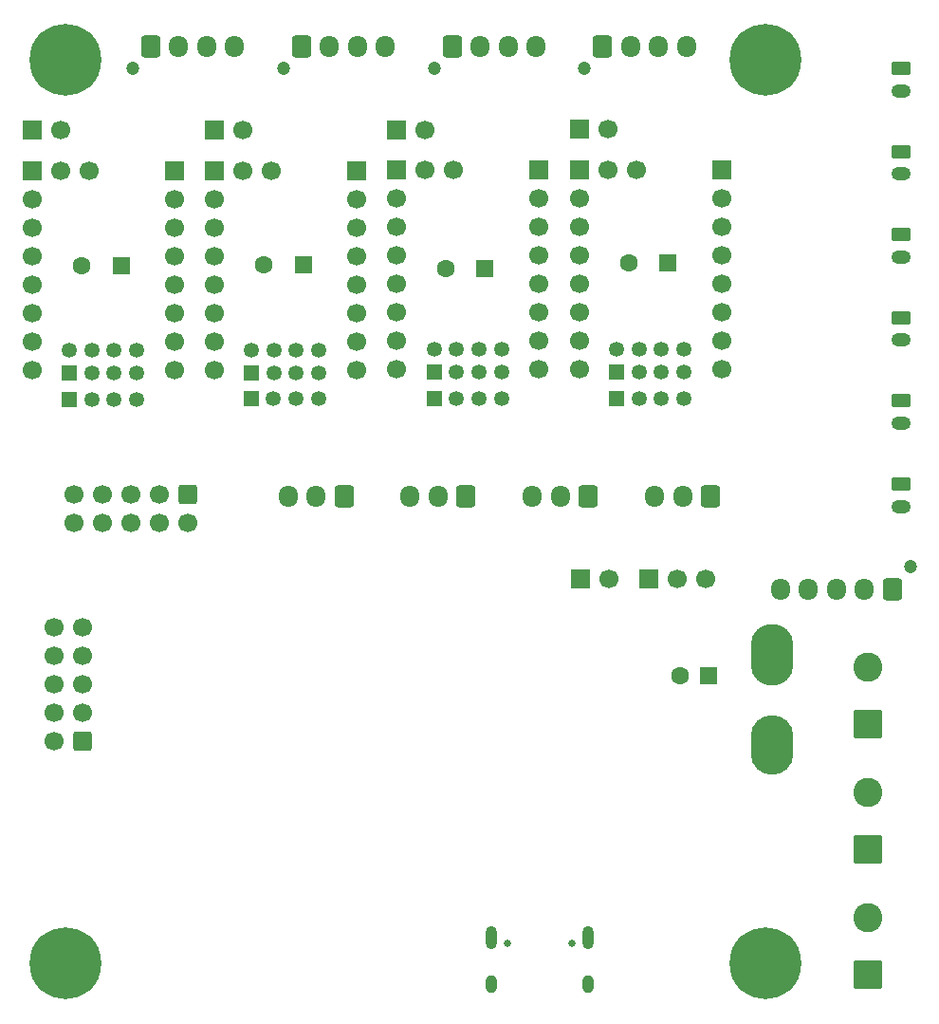
<source format=gbr>
%TF.GenerationSoftware,KiCad,Pcbnew,9.0.3-9.0.3-0~ubuntu24.04.1*%
%TF.CreationDate,2025-07-31T20:10:48-07:00*%
%TF.ProjectId,board,626f6172-642e-46b6-9963-61645f706362,rev?*%
%TF.SameCoordinates,Original*%
%TF.FileFunction,Soldermask,Bot*%
%TF.FilePolarity,Negative*%
%FSLAX46Y46*%
G04 Gerber Fmt 4.6, Leading zero omitted, Abs format (unit mm)*
G04 Created by KiCad (PCBNEW 9.0.3-9.0.3-0~ubuntu24.04.1) date 2025-07-31 20:10:48*
%MOMM*%
%LPD*%
G01*
G04 APERTURE LIST*
G04 Aperture macros list*
%AMRoundRect*
0 Rectangle with rounded corners*
0 $1 Rounding radius*
0 $2 $3 $4 $5 $6 $7 $8 $9 X,Y pos of 4 corners*
0 Add a 4 corners polygon primitive as box body*
4,1,4,$2,$3,$4,$5,$6,$7,$8,$9,$2,$3,0*
0 Add four circle primitives for the rounded corners*
1,1,$1+$1,$2,$3*
1,1,$1+$1,$4,$5*
1,1,$1+$1,$6,$7*
1,1,$1+$1,$8,$9*
0 Add four rect primitives between the rounded corners*
20,1,$1+$1,$2,$3,$4,$5,0*
20,1,$1+$1,$4,$5,$6,$7,0*
20,1,$1+$1,$6,$7,$8,$9,0*
20,1,$1+$1,$8,$9,$2,$3,0*%
G04 Aperture macros list end*
%ADD10R,1.350000X1.350000*%
%ADD11C,1.350000*%
%ADD12C,1.200000*%
%ADD13RoundRect,0.250000X-0.600000X-0.725000X0.600000X-0.725000X0.600000X0.725000X-0.600000X0.725000X0*%
%ADD14O,1.700000X1.950000*%
%ADD15C,3.600000*%
%ADD16C,6.400000*%
%ADD17R,1.700000X1.700000*%
%ADD18C,1.700000*%
%ADD19RoundRect,0.250000X-0.625000X0.350000X-0.625000X-0.350000X0.625000X-0.350000X0.625000X0.350000X0*%
%ADD20O,1.750000X1.200000*%
%ADD21RoundRect,0.250000X1.050000X-1.050000X1.050000X1.050000X-1.050000X1.050000X-1.050000X-1.050000X0*%
%ADD22C,2.600000*%
%ADD23RoundRect,0.250000X0.550000X0.550000X-0.550000X0.550000X-0.550000X-0.550000X0.550000X-0.550000X0*%
%ADD24C,1.600000*%
%ADD25RoundRect,0.250000X0.600000X0.725000X-0.600000X0.725000X-0.600000X-0.725000X0.600000X-0.725000X0*%
%ADD26O,3.800000X5.500000*%
%ADD27O,3.800000X5.300000*%
%ADD28C,0.650000*%
%ADD29O,1.000000X2.100000*%
%ADD30O,1.000000X1.600000*%
%ADD31RoundRect,0.250000X0.600000X0.600000X-0.600000X0.600000X-0.600000X-0.600000X0.600000X-0.600000X0*%
%ADD32RoundRect,0.250000X-0.600000X0.600000X-0.600000X-0.600000X0.600000X-0.600000X0.600000X0.600000X0*%
G04 APERTURE END LIST*
D10*
%TO.C,J19*%
X175027651Y-58321250D03*
D11*
X177027651Y-58321250D03*
X179027651Y-58321250D03*
X181027651Y-58321250D03*
%TD*%
D10*
%TO.C,J12*%
X175052651Y-55966250D03*
D11*
X175052651Y-53966250D03*
X177052651Y-55966250D03*
X177052651Y-53966250D03*
X179052651Y-55966250D03*
X179052651Y-53966250D03*
X181052651Y-55966250D03*
X181052651Y-53966250D03*
%TD*%
D12*
%TO.C,J4*%
X164450000Y-28850000D03*
D13*
X166050000Y-26850000D03*
D14*
X168550000Y-26850000D03*
X171050000Y-26850000D03*
X173550000Y-26850000D03*
%TD*%
D15*
%TO.C,H3*%
X158450000Y-28050000D03*
D16*
X158450000Y-28050000D03*
%TD*%
D15*
%TO.C,H4*%
X158450000Y-108700000D03*
D16*
X158450000Y-108700000D03*
%TD*%
D17*
%TO.C,J11*%
X155450000Y-34328750D03*
D18*
X157990000Y-34328750D03*
%TD*%
%TO.C,U5*%
X184452651Y-55726250D03*
X184452651Y-53186250D03*
X184452651Y-50646250D03*
X184452651Y-48106250D03*
X184452651Y-45566250D03*
X184452651Y-43026250D03*
X184452651Y-40486250D03*
D17*
X184452651Y-37946250D03*
D18*
X171752651Y-55726250D03*
X171752651Y-53186250D03*
X171752651Y-50646250D03*
X171752651Y-48106250D03*
X171752651Y-45566250D03*
X171752651Y-43026250D03*
X171752651Y-40486250D03*
D17*
X171752651Y-37946250D03*
D18*
X174292651Y-37946250D03*
X176832651Y-37946250D03*
%TD*%
D19*
%TO.C,J13*%
X233000000Y-36250000D03*
D20*
X233000000Y-38250000D03*
%TD*%
D12*
%TO.C,J28*%
X204775000Y-28850000D03*
D13*
X206375000Y-26850000D03*
D14*
X208875000Y-26850000D03*
X211375000Y-26850000D03*
X213875000Y-26850000D03*
%TD*%
D15*
%TO.C,H2*%
X220900000Y-108700000D03*
D16*
X220900000Y-108700000D03*
%TD*%
D17*
%TO.C,J30*%
X204325000Y-34268750D03*
D18*
X206865000Y-34268750D03*
%TD*%
D21*
%TO.C,J36*%
X230100000Y-109685000D03*
D22*
X230100000Y-104605000D03*
%TD*%
D23*
%TO.C,C39*%
X212202651Y-46175000D03*
D24*
X208702651Y-46175000D03*
%TD*%
D19*
%TO.C,J14*%
X233000000Y-28850000D03*
D20*
X233000000Y-30850000D03*
%TD*%
D18*
%TO.C,U7*%
X217025000Y-55655000D03*
X217025000Y-53115000D03*
X217025000Y-50575000D03*
X217025000Y-48035000D03*
X217025000Y-45495000D03*
X217025000Y-42955000D03*
X217025000Y-40415000D03*
D17*
X217025000Y-37875000D03*
D18*
X204325000Y-55655000D03*
X204325000Y-53115000D03*
X204325000Y-50575000D03*
X204325000Y-48035000D03*
X204325000Y-45495000D03*
X204325000Y-42955000D03*
X204325000Y-40415000D03*
D17*
X204325000Y-37875000D03*
D18*
X206865000Y-37875000D03*
X209405000Y-37875000D03*
%TD*%
D10*
%TO.C,J27*%
X207650000Y-55908750D03*
D11*
X207650000Y-53908750D03*
X209650000Y-55908750D03*
X209650000Y-53908750D03*
X211650000Y-55908750D03*
X211650000Y-53908750D03*
X213650000Y-55908750D03*
X213650000Y-53908750D03*
%TD*%
D10*
%TO.C,J22*%
X191350000Y-55906250D03*
D11*
X191350000Y-53906250D03*
X193350000Y-55906250D03*
X193350000Y-53906250D03*
X195350000Y-55906250D03*
X195350000Y-53906250D03*
X197350000Y-55906250D03*
X197350000Y-53906250D03*
%TD*%
D17*
%TO.C,J20*%
X171727651Y-34356250D03*
D18*
X174267651Y-34356250D03*
%TD*%
D25*
%TO.C,J26*%
X205125000Y-67025000D03*
D14*
X202625000Y-67025000D03*
X200125000Y-67025000D03*
%TD*%
D12*
%TO.C,J17*%
X233850000Y-73275000D03*
D25*
X232250000Y-75275000D03*
D14*
X229750000Y-75275000D03*
X227250000Y-75275000D03*
X224750000Y-75275000D03*
X222250000Y-75275000D03*
%TD*%
D18*
%TO.C,U4*%
X168200000Y-55718750D03*
X168200000Y-53178750D03*
X168200000Y-50638750D03*
X168200000Y-48098750D03*
X168200000Y-45558750D03*
X168200000Y-43018750D03*
X168200000Y-40478750D03*
D17*
X168200000Y-37938750D03*
D18*
X155500000Y-55718750D03*
X155500000Y-53178750D03*
X155500000Y-50638750D03*
X155500000Y-48098750D03*
X155500000Y-45558750D03*
X155500000Y-43018750D03*
X155500000Y-40478750D03*
D17*
X155500000Y-37938750D03*
D18*
X158040000Y-37938750D03*
X160580000Y-37938750D03*
%TD*%
D17*
%TO.C,J16*%
X204425000Y-74350000D03*
D18*
X206965000Y-74350000D03*
%TD*%
D25*
%TO.C,J7*%
X183300000Y-67025000D03*
D14*
X180800000Y-67025000D03*
X178300000Y-67025000D03*
%TD*%
D26*
%TO.C,F1*%
X221525000Y-81175000D03*
D27*
X221525000Y-89175000D03*
%TD*%
D19*
%TO.C,J33*%
X233000000Y-58450000D03*
D20*
X233000000Y-60450000D03*
%TD*%
D10*
%TO.C,J29*%
X207650000Y-58302500D03*
D11*
X209650000Y-58302500D03*
X211650000Y-58302500D03*
X213650000Y-58302500D03*
%TD*%
D17*
%TO.C,J15*%
X210550000Y-74350000D03*
D18*
X213090000Y-74350000D03*
X215630000Y-74350000D03*
%TD*%
D28*
%TO.C,J3*%
X197910000Y-106910000D03*
X203690000Y-106910000D03*
D29*
X196480000Y-106380000D03*
D30*
X196480000Y-110560000D03*
D29*
X205120000Y-106380000D03*
D30*
X205120000Y-110560000D03*
%TD*%
D21*
%TO.C,J37*%
X230100000Y-87300000D03*
D22*
X230100000Y-82220000D03*
%TD*%
D10*
%TO.C,J24*%
X191350000Y-58296250D03*
D11*
X193350000Y-58296250D03*
X195350000Y-58296250D03*
X197350000Y-58296250D03*
%TD*%
D19*
%TO.C,J6*%
X233000000Y-43650000D03*
D20*
X233000000Y-45650000D03*
%TD*%
D10*
%TO.C,J8*%
X158800000Y-55978750D03*
D11*
X158800000Y-53978750D03*
X160800000Y-55978750D03*
X160800000Y-53978750D03*
X162800000Y-55978750D03*
X162800000Y-53978750D03*
X164800000Y-55978750D03*
X164800000Y-53978750D03*
%TD*%
D25*
%TO.C,J31*%
X216025000Y-67025000D03*
D14*
X213525000Y-67025000D03*
X211025000Y-67025000D03*
%TD*%
D23*
%TO.C,C31*%
X179677651Y-46306250D03*
D24*
X176177651Y-46306250D03*
%TD*%
D21*
%TO.C,J35*%
X230100000Y-98485000D03*
D22*
X230100000Y-93405000D03*
%TD*%
D18*
%TO.C,U6*%
X200735000Y-55657500D03*
X200735000Y-53117500D03*
X200735000Y-50577500D03*
X200735000Y-48037500D03*
X200735000Y-45497500D03*
X200735000Y-42957500D03*
X200735000Y-40417500D03*
D17*
X200735000Y-37877500D03*
D18*
X188035000Y-55657500D03*
X188035000Y-53117500D03*
X188035000Y-50577500D03*
X188035000Y-48037500D03*
X188035000Y-45497500D03*
X188035000Y-42957500D03*
X188035000Y-40417500D03*
D17*
X188035000Y-37877500D03*
D18*
X190575000Y-37877500D03*
X193115000Y-37877500D03*
%TD*%
D19*
%TO.C,J34*%
X233000000Y-51050000D03*
D20*
X233000000Y-53050000D03*
%TD*%
D31*
%TO.C,J9*%
X159927500Y-88805000D03*
D18*
X157387500Y-88805000D03*
X159927500Y-86265000D03*
X157387500Y-86265000D03*
X159927500Y-83725000D03*
X157387500Y-83725000D03*
X159927500Y-81185000D03*
X157387500Y-81185000D03*
X159927500Y-78645000D03*
X157387500Y-78645000D03*
%TD*%
D23*
%TO.C,C17*%
X215809879Y-83005000D03*
D24*
X213309879Y-83005000D03*
%TD*%
D10*
%TO.C,J5*%
X158800000Y-58356250D03*
D11*
X160800000Y-58356250D03*
X162800000Y-58356250D03*
X164800000Y-58356250D03*
%TD*%
D12*
%TO.C,J18*%
X177900000Y-28850000D03*
D13*
X179500000Y-26850000D03*
D14*
X182000000Y-26850000D03*
X184500000Y-26850000D03*
X187000000Y-26850000D03*
%TD*%
D15*
%TO.C,H1*%
X220900000Y-28050000D03*
D16*
X220900000Y-28050000D03*
%TD*%
D19*
%TO.C,J32*%
X233000000Y-65900000D03*
D20*
X233000000Y-67900000D03*
%TD*%
D17*
%TO.C,J25*%
X188025000Y-34306250D03*
D18*
X190565000Y-34306250D03*
%TD*%
D23*
%TO.C,C35*%
X195902651Y-46706250D03*
D24*
X192402651Y-46706250D03*
%TD*%
D12*
%TO.C,J23*%
X191350000Y-28850000D03*
D13*
X192950000Y-26850000D03*
D14*
X195450000Y-26850000D03*
X197950000Y-26850000D03*
X200450000Y-26850000D03*
%TD*%
D23*
%TO.C,C26*%
X163402651Y-46428750D03*
D24*
X159902651Y-46428750D03*
%TD*%
D32*
%TO.C,J10*%
X169405000Y-66800000D03*
D18*
X169405000Y-69340000D03*
X166865000Y-66800000D03*
X166865000Y-69340000D03*
X164325000Y-66800000D03*
X164325000Y-69340000D03*
X161785000Y-66800000D03*
X161785000Y-69340000D03*
X159245000Y-66800000D03*
X159245000Y-69340000D03*
%TD*%
D25*
%TO.C,J21*%
X194200000Y-67025000D03*
D14*
X191700000Y-67025000D03*
X189200000Y-67025000D03*
%TD*%
M02*

</source>
